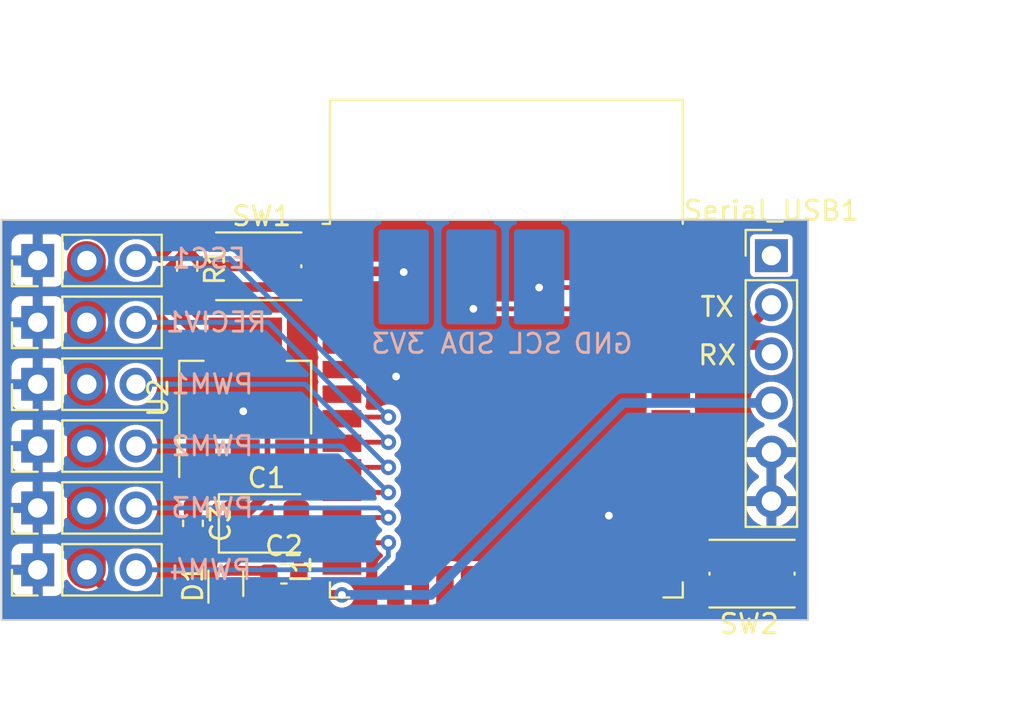
<source format=kicad_pcb>
(kicad_pcb (version 20221018) (generator pcbnew)
  (layers (0 "F.Cu" signal) (31 "B.Cu" signal) (34 "B.Paste" user) (35 "F.Paste" user) (36 "B.SilkS" user "B.Silkscreen") (37 "F.SilkS" user "F.Silkscreen") (38 "B.Mask" user) (39 "F.Mask" user) (44 "Edge.Cuts" user))
  (net 0 "")
  (net 1 "GND")
  (net 2 "+3V3")
  (net 3 "+BATT")
  (net 4 "VBUS")
  (net 5 "ESC")
  (net 6 "EN")
  (net 7 "SENSOR_VP")
  (net 8 "SENSOR_VN")
  (net 9 "GPIO34")
  (net 10 "GPIO35")
  (net 11 "RECIV")
  (net 12 "PWM1")
  (net 13 "PWM2")
  (net 14 "PWM3")
  (net 15 "PWM4")
  (net 16 "IO12")
  (net 17 "IO13")
  (net 18 "Net-(U2-VI)")
  (net 24 "IO15")
  (net 25 "IO2")
  (net 26 "BOOT")
  (net 27 "IO4")
  (net 28 "GPIO16")
  (net 29 "GPIO17")
  (net 30 "CS")
  (net 31 "SCK")
  (net 32 "MISO")
  (net 34 "SDA")
  (net 35 "RXD0")
  (net 36 "TXD0")
  (net 37 "SCL")
  (net 38 "MOSI")
  (footprint "Connector_PinHeader_2.54mm:PinHeader_1x03_P2.54mm_Vertical" (layer "F.Cu") (at 101.375 122.4 90)
    (fp_text reference "PWM4" (at 0 8.925 180) (layer "B.SilkS") (effects (justify mirror)))
    (fp_text value "PH-1x40SG")
    (fp_line (start -1.33 -1.33) (end 0 -1.33) (stroke (width 0.12)) (layer "F.SilkS"))
    (fp_line (start -1.33 0) (end -1.33 -1.33) (stroke (width 0.12)) (layer "F.SilkS"))
    (fp_line (start -1.33 1.27) (end -1.33 6.41) (stroke (width 0.12)) (layer "F.SilkS"))
    (fp_line (start -1.33 1.27) (end 1.33 1.27) (stroke (width 0.12)) (layer "F.SilkS"))
    (fp_line (start -1.33 6.41) (end 1.33 6.41) (stroke (width 0.12)) (layer "F.SilkS"))
    (fp_line (start 1.33 1.27) (end 1.33 6.41) (stroke (width 0.12)) (layer "F.SilkS"))
    (pad "1" thru_hole rect (at 0 0 90) (size 1.7 1.7) (drill 1) (layers "*.Cu" "*.Mask") (net 1 "GND"))
    (pad "2" thru_hole oval (at 0 2.54 90) (size 1.7 1.7) (drill 1) (layers "*.Cu" "*.Mask") (net 3 "+BATT"))
    (pad "3" thru_hole oval (at 0 5.08 90) (size 1.7 1.7) (drill 1) (layers "*.Cu" "*.Mask") (net 15 "PWM4"))
  )
  (footprint "Connector_PinHeader_2.54mm:PinHeader_1x03_P2.54mm_Vertical" (layer "F.Cu") (at 101.375 116 90)
    (fp_text reference "PWM2" (at 0 9.025 180) (layer "B.SilkS") (effects (justify mirror)))
    (fp_text value "PH-1x40SG")
    (fp_line (start -1.33 -1.33) (end 0 -1.33) (stroke (width 0.12)) (layer "F.SilkS"))
    (fp_line (start -1.33 0) (end -1.33 -1.33) (stroke (width 0.12)) (layer "F.SilkS"))
    (fp_line (start -1.33 1.27) (end -1.33 6.41) (stroke (width 0.12)) (layer "F.SilkS"))
    (fp_line (start -1.33 1.27) (end 1.33 1.27) (stroke (width 0.12)) (layer "F.SilkS"))
    (fp_line (start -1.33 6.41) (end 1.33 6.41) (stroke (width 0.12)) (layer "F.SilkS"))
    (fp_line (start 1.33 1.27) (end 1.33 6.41) (stroke (width 0.12)) (layer "F.SilkS"))
    (pad "1" thru_hole rect (at 0 0 90) (size 1.7 1.7) (drill 1) (layers "*.Cu" "*.Mask") (net 1 "GND"))
    (pad "2" thru_hole oval (at 0 2.54 90) (size 1.7 1.7) (drill 1) (layers "*.Cu" "*.Mask") (net 3 "+BATT"))
    (pad "3" thru_hole oval (at 0 5.08 90) (size 1.7 1.7) (drill 1) (layers "*.Cu" "*.Mask") (net 13 "PWM2"))
  )
  (footprint "Capacitor_Tantalum_SMD:CP_EIA-3528-15_AVX-H" (layer "F.Cu") (at 113.2 120)
    (fp_text reference "C1" (at 0 -2.35) (layer "F.SilkS"))
    (fp_text value "TAJB226M010R")
    (fp_line (start -2.46 -1.51) (end -2.46 1.51) (stroke (width 0.12)) (layer "F.SilkS"))
    (fp_line (start -2.46 1.51) (end 1.75 1.51) (stroke (width 0.12)) (layer "F.SilkS"))
    (fp_line (start 1.75 -1.51) (end -2.46 -1.51) (stroke (width 0.12)) (layer "F.SilkS"))
    (pad "1" smd roundrect (at -1.5375 0) (size 1.325 2.35) (layers "F.Cu" "F.Paste" "F.Mask") (roundrect_rratio 0.188679) (net 18 "Net-(U2-VI)"))
    (pad "2" smd roundrect (at 1.5375 0) (size 1.325 2.35) (layers "F.Cu" "F.Paste" "F.Mask") (roundrect_rratio 0.188679) (net 1 "GND"))
  )
  (footprint "Package_TO_SOT_SMD:SOT-523" (layer "F.Cu") (at 111.1 123.1 90)
    (fp_text reference "D1" (at 0 -1.7 90) (layer "F.SilkS"))
    (fp_text value "BAT54CT")
    (fp_line (start -1 -0.9) (end 0.65 -0.9) (stroke (width 0.12)) (layer "F.SilkS"))
    (fp_line (start 0.65 0.9) (end -0.65 0.9) (stroke (width 0.12)) (layer "F.SilkS"))
    (pad "1" smd rect (at -0.645 -0.5 270) (size 0.51 0.4) (layers "F.Cu" "F.Paste" "F.Mask") (net 3 "+BATT"))
    (pad "2" smd rect (at -0.645 0.5 270) (size 0.51 0.4) (layers "F.Cu" "F.Paste" "F.Mask") (net 4 "VBUS"))
    (pad "3" smd rect (at 0.645 0 270) (size 0.51 0.4) (layers "F.Cu" "F.Paste" "F.Mask") (net 18 "Net-(U2-VI)"))
  )
  (footprint "Connector_PinHeader_2.54mm:PinHeader_1x03_P2.54mm_Vertical" (layer "F.Cu") (at 101.375 106.4 90)
    (fp_text reference "ESC1" (at 0.1 8.85) (layer "B.SilkS") (effects (justify mirror)))
    (fp_text value "PH-1x40SG")
    (fp_line (start -1.33 -1.33) (end 0 -1.33) (stroke (width 0.12)) (layer "F.SilkS"))
    (fp_line (start -1.33 0) (end -1.33 -1.33) (stroke (width 0.12)) (layer "F.SilkS"))
    (fp_line (start -1.33 1.27) (end -1.33 6.41) (stroke (width 0.12)) (layer "F.SilkS"))
    (fp_line (start -1.33 1.27) (end 1.33 1.27) (stroke (width 0.12)) (layer "F.SilkS"))
    (fp_line (start -1.33 6.41) (end 1.33 6.41) (stroke (width 0.12)) (layer "F.SilkS"))
    (fp_line (start 1.33 1.27) (end 1.33 6.41) (stroke (width 0.12)) (layer "F.SilkS"))
    (pad "1" thru_hole rect (at 0 0 90) (size 1.7 1.7) (drill 1) (layers "*.Cu" "*.Mask") (net 1 "GND"))
    (pad "2" thru_hole oval (at 0 2.54 90) (size 1.7 1.7) (drill 1) (layers "*.Cu" "*.Mask") (net 3 "+BATT"))
    (pad "3" thru_hole oval (at 0 5.08 90) (size 1.7 1.7) (drill 1) (layers "*.Cu" "*.Mask") (net 5 "ESC"))
  )
  (footprint "RF_Module:ESP32-WROOM-32" (layer "F.Cu") (at 125.6 113.95)
    (fp_text reference "I1" (at -10.61 8.43 90) (layer "F.SilkS"))
    (fp_text value "ESP32-WROOM-32E")
    (fp_line (start -9.12 -15.865) (end -9.12 -9.445) (stroke (width 0.12)) (layer "F.SilkS"))
    (fp_line (start -9.12 -15.865) (end 9.12 -15.865) (stroke (width 0.12)) (layer "F.SilkS"))
    (fp_line (start -9.12 -9.445) (end -9.5 -9.445) (stroke (width 0.12)) (layer "F.SilkS"))
    (fp_line (start -9.12 9.1) (end -9.12 9.88) (stroke (width 0.12)) (layer "F.SilkS"))
    (fp_line (start -9.12 9.88) (end -8.12 9.88) (stroke (width 0.12)) (layer "F.SilkS"))
    (fp_line (start 9.12 -15.865) (end 9.12 -9.445) (stroke (width 0.12)) (layer "F.SilkS"))
    (fp_line (start 9.12 9.1) (end 9.12 9.88) (stroke (width 0.12)) (layer "F.SilkS"))
    (fp_line (start 9.12 9.88) (end 8.12 9.88) (stroke (width 0.12)) (layer "F.SilkS"))
    (pad "1" smd rect (at -8.5 -8.255) (size 2 0.9) (layers "F.Cu" "F.Paste" "F.Mask") (net 1 "GND"))
    (pad "2" smd rect (at -8.5 -6.985) (size 2 0.9) (layers "F.Cu" "F.Paste" "F.Mask") (net 2 "+3V3"))
    (pad "3" smd rect (at -8.5 -5.715) (size 2 0.9) (layers "F.Cu" "F.Paste" "F.Mask") (net 6 "EN"))
    (pad "4" smd rect (at -8.5 -4.445) (size 2 0.9) (layers "F.Cu" "F.Paste" "F.Mask") (net 7 "SENSOR_VP"))
    (pad "5" smd rect (at -8.5 -3.175) (size 2 0.9) (layers "F.Cu" "F.Paste" "F.Mask") (net 8 "SENSOR_VN"))
    (pad "6" smd rect (at -8.5 -1.905) (size 2 0.9) (layers "F.Cu" "F.Paste" "F.Mask") (net 9 "GPIO34"))
    (pad "7" smd rect (at -8.5 -0.635) (size 2 0.9) (layers "F.Cu" "F.Paste" "F.Mask") (net 10 "GPIO35"))
    (pad "8" smd rect (at -8.5 0.635) (size 2 0.9) (layers "F.Cu" "F.Paste" "F.Mask") (net 5 "ESC"))
    (pad "9" smd rect (at -8.5 1.905) (size 2 0.9) (layers "F.Cu" "F.Paste" "F.Mask") (net 11 "RECIV"))
    (pad "10" smd rect (at -8.5 3.175) (size 2 0.9) (layers "F.Cu" "F.Paste" "F.Mask") (net 12 "PWM1"))
    (pad "11" smd rect (at -8.5 4.445) (size 2 0.9) (layers "F.Cu" "F.Paste" "F.Mask") (net 13 "PWM2"))
    (pad "12" smd rect (at -8.5 5.715) (size 2 0.9) (layers "F.Cu" "F.Paste" "F.Mask") (net 14 "PWM3"))
    (pad "13" smd rect (at -8.5 6.985) (size 2 0.9) (layers "F.Cu" "F.Paste" "F.Mask") (net 15 "PWM4"))
    (pad "14" smd rect (at -8.5 8.255) (size 2 0.9) (layers "F.Cu" "F.Paste" "F.Mask") (net 16 "IO12"))
    (pad "15" smd rect (at -5.715 9.255 90) (size 2 0.9) (layers "F.Cu" "F.Paste" "F.Mask") (net 1 "GND"))
    (pad "16" smd rect (at -4.445 9.255 90) (size 2 0.9) (layers "F.Cu" "F.Paste" "F.Mask") (net 17 "IO13"))
    (pad "17" smd rect (at -3.175 9.255 90) (size 2 0.9) (layers "F.Cu" "F.Paste" "F.Mask"))
    (pad "18" smd rect (at -1.905 9.255 90) (size 2 0.9) (layers "F.Cu" "F.Paste" "F.Mask"))
    (pad "19" smd rect (at -0.635 9.255 90) (size 2 0.9) (layers "F.Cu" "F.Paste" "F.Mask"))
    (pad "20" smd rect (at 0.635 9.255 90) (size 2 0.9) (layers "F.Cu" "F.Paste" "F.Mask"))
    (pad "21" smd rect (at 1.905 9.255 90) (size 2 0.9) (layers "F.Cu" "F.Paste" "F.Mask"))
    (pad "22" smd rect (at 3.175 9.255 90) (size 2 0.9) (layers "F.Cu" "F.Paste" "F.Mask"))
    (pad "23" smd rect (at 4.445 9.255 90) (size 2 0.9) (layers "F.Cu" "F.Paste" "F.Mask") (net 24 "IO15"))
    (pad "24" smd rect (at 5.715 9.255 90) (size 2 0.9) (layers "F.Cu" "F.Paste" "F.Mask") (net 25 "IO2"))
    (pad "25" smd rect (at 8.5 8.255) (size 2 0.9) (layers "F.Cu" "F.Paste" "F.Mask") (net 26 "BOOT"))
    (pad "26" smd rect (at 8.5 6.985) (size 2 0.9) (layers "F.Cu" "F.Paste" "F.Mask") (net 27 "IO4"))
    (pad "27" smd rect (at 8.5 5.715) (size 2 0.9) (layers "F.Cu" "F.Paste" "F.Mask") (net 28 "GPIO16"))
    (pad "28" smd rect (at 8.5 4.445) (size 2 0.9) (layers "F.Cu" "F.Paste" "F.Mask") (net 29 "GPIO17"))
    (pad "29" smd rect (at 8.5 3.175) (size 2 0.9) (layers "F.Cu" "F.Paste" "F.Mask") (net 30 "CS"))
    (pad "30" smd rect (at 8.5 1.905) (size 2 0.9) (layers "F.Cu" "F.Paste" "F.Mask") (net 31 "SCK"))
    (pad "31" smd rect (at 8.5 0.635) (size 2 0.9) (layers "F.Cu" "F.Paste" "F.Mask") (net 32 "MISO"))
    (pad "32" smd rect (at 8.5 -0.635) (size 2 0.9) (layers "F.Cu" "F.Paste" "F.Mask"))
    (pad "33" smd rect (at 8.5 -1.905) (size 2 0.9) (layers "F.Cu" "F.Paste" "F.Mask") (net 34 "SDA"))
    (pad "34" smd rect (at 8.5 -3.175) (size 2 0.9) (layers "F.Cu" "F.Paste" "F.Mask") (net 35 "RXD0"))
    (pad "35" smd rect (at 8.5 -4.445) (size 2 0.9) (layers "F.Cu" "F.Paste" "F.Mask") (net 36 "TXD0"))
    (pad "36" smd rect (at 8.5 -5.715) (size 2 0.9) (layers "F.Cu" "F.Paste" "F.Mask") (net 37 "SCL"))
    (pad "37" smd rect (at 8.5 -6.985) (size 2 0.9) (layers "F.Cu" "F.Paste" "F.Mask") (net 38 "MOSI"))
    (pad "38" smd rect (at 8.5 -8.255) (size 2 0.9) (layers "F.Cu" "F.Paste" "F.Mask") (net 1 "GND"))
    (pad "39" smd rect (at -1 -0.755) (size 5 5) (layers "F.Cu" "F.Paste" "F.Mask") (net 1 "GND"))
    (zone (net 0) (net_name "") (layers "*.Cu") (connect_pads (clearance 0)) (min_thickness 0.254)
      (keepout (tracks not_allowed) (vias not_allowed) (pads not_allowed) (copperpour not_allowed) (footprints not_allowed))
      (fill (thermal_gap 0.508) (thermal_bridge_width 0.508))
      (polygon (pts (xy 111.6 103.98) (xy 139.6 103.98) (xy 139.6 93.2) (xy 111.6 93.2)))
    )
  )
  (footprint "Button_Switch_SMD:SW_Push_1P1T_NO_Vertical_Wuerth_434133025816" (layer "F.Cu") (at 138.3 122.6 180)
    (fp_text reference "SW2" (at 0.15 -2.6) (layer "F.SilkS"))
    (fp_text value "SKRPABE010")
    (fp_line (start -2.2 0.05) (end -2.2 -0.05) (stroke (width 0.12)) (layer "F.SilkS"))
    (fp_line (start -2.2 1.75) (end 2.2 1.75) (stroke (width 0.12)) (layer "F.SilkS"))
    (fp_line (start 2.2 -1.75) (end -2.2 -1.75) (stroke (width 0.12)) (layer "F.SilkS"))
    (fp_line (start 2.2 0.05) (end 2.2 -0.05) (stroke (width 0.12)) (layer "F.SilkS"))
    (pad "1" smd rect (at -2.075 -1.075 180) (size 1.05 0.65) (layers "F.Cu" "F.Paste" "F.Mask") (net 1 "GND"))
    (pad "1" smd rect (at 2.075 -1.075 180) (size 1.05 0.65) (layers "F.Cu" "F.Paste" "F.Mask") (net 1 "GND"))
    (pad "2" smd rect (at -2.075 1.075 180) (size 1.05 0.65) (layers "F.Cu" "F.Paste" "F.Mask") (net 26 "BOOT"))
    (pad "2" smd rect (at 2.05 1.075 180) (size 1.05 0.65) (layers "F.Cu" "F.Paste" "F.Mask") (net 26 "BOOT"))
  )
  (footprint "Button_Switch_SMD:SW_Push_1P1T_NO_Vertical_Wuerth_434133025816" (layer "F.Cu") (at 112.8 106.7)
    (fp_text reference "SW1" (at 0.15 -2.6) (layer "F.SilkS"))
    (fp_text value "SKRPABE010")
    (fp_line (start -2.2 0.05) (end -2.2 -0.05) (stroke (width 0.12)) (layer "F.SilkS"))
    (fp_line (start -2.2 1.75) (end 2.2 1.75) (stroke (width 0.12)) (layer "F.SilkS"))
    (fp_line (start 2.2 -1.75) (end -2.2 -1.75) (stroke (width 0.12)) (layer "F.SilkS"))
    (fp_line (start 2.2 0.05) (end 2.2 -0.05) (stroke (width 0.12)) (layer "F.SilkS"))
    (pad "1" smd rect (at -2.075 -1.075) (size 1.05 0.65) (layers "F.Cu" "F.Paste" "F.Mask") (net 1 "GND"))
    (pad "1" smd rect (at 2.075 -1.075) (size 1.05 0.65) (layers "F.Cu" "F.Paste" "F.Mask") (net 1 "GND"))
    (pad "2" smd rect (at -2.075 1.075) (size 1.05 0.65) (layers "F.Cu" "F.Paste" "F.Mask") (net 6 "EN"))
    (pad "2" smd rect (at 2.05 1.075) (size 1.05 0.65) (layers "F.Cu" "F.Paste" "F.Mask") (net 6 "EN"))
  )
  (footprint "Resistor_SMD:R_0603_1608Metric" (layer "F.Cu") (at 109.1 106.7 -90)
    (fp_text reference "R1" (at 0 -1.43 90) (layer "F.SilkS"))
    (fp_text value "RG1608N-102-B-T5")
    (fp_line (start -0.237258 -0.5225) (end 0.237258 -0.5225) (stroke (width 0.12)) (layer "F.SilkS"))
    (fp_line (start -0.237258 0.5225) (end 0.237258 0.5225) (stroke (width 0.12)) (layer "F.SilkS"))
    (pad "1" smd roundrect (at -0.825 0 270) (size 0.8 0.95) (layers "F.Cu" "F.Paste" "F.Mask") (net 2 "+3V3"))
    (pad "2" smd roundrect (at 0.825 0 270) (size 0.8 0.95) (layers "F.Cu" "F.Paste" "F.Mask") (net 6 "EN"))
  )
  (footprint "Connector_PinHeader_2.54mm:PinHeader_1x03_P2.54mm_Vertical" (layer "F.Cu") (at 101.375 109.6 90)
    (fp_text reference "RECIV1" (at 0 9.225 -180) (layer "B.SilkS") (effects (justify mirror)))
    (fp_text value "PH-1x40SG")
    (fp_line (start -1.33 -1.33) (end 0 -1.33) (stroke (width 0.12)) (layer "F.SilkS"))
    (fp_line (start -1.33 0) (end -1.33 -1.33) (stroke (width 0.12)) (layer "F.SilkS"))
    (fp_line (start -1.33 1.27) (end -1.33 6.41) (stroke (width 0.12)) (layer "F.SilkS"))
    (fp_line (start -1.33 1.27) (end 1.33 1.27) (stroke (width 0.12)) (layer "F.SilkS"))
    (fp_line (start -1.33 6.41) (end 1.33 6.41) (stroke (width 0.12)) (layer "F.SilkS"))
    (fp_line (start 1.33 1.27) (end 1.33 6.41) (stroke (width 0.12)) (layer "F.SilkS"))
    (pad "1" thru_hole rect (at 0 0 90) (size 1.7 1.7) (drill 1) (layers "*.Cu" "*.Mask") (net 1 "GND"))
    (pad "2" thru_hole oval (at 0 2.54 90) (size 1.7 1.7) (drill 1) (layers "*.Cu" "*.Mask") (net 3 "+BATT"))
    (pad "3" thru_hole oval (at 0 5.08 90) (size 1.7 1.7) (drill 1) (layers "*.Cu" "*.Mask") (net 11 "RECIV"))
  )
  (footprint "Capacitor_SMD:C_0603_1608Metric" (layer "F.Cu") (at 114.1 122.6)
    (fp_text reference "C2" (at 0 -1.43) (layer "F.SilkS"))
    (fp_text value "GCM188L81H104K57")
    (fp_line (start -0.14058 -0.51) (end 0.14058 -0.51) (stroke (width 0.12)) (layer "F.SilkS"))
    (fp_line (start -0.14058 0.51) (end 0.14058 0.51) (stroke (width 0.12)) (layer "F.SilkS"))
    (pad "1" smd roundrect (at -0.775 0) (size 0.9 0.95) (layers "F.Cu" "F.Paste" "F.Mask") (net 18 "Net-(U2-VI)"))
    (pad "2" smd roundrect (at 0.775 0) (size 0.9 0.95) (layers "F.Cu" "F.Paste" "F.Mask") (net 1 "GND"))
  )
  (footprint "Connector_PinHeader_2.54mm:PinHeader_1x03_P2.54mm_Vertical" (layer "F.Cu") (at 101.375 112.8 90)
    (fp_text reference "PWM1" (at 0 9.025 180) (layer "B.SilkS") (effects (justify mirror)))
    (fp_text value "PH-1x40SG")
    (fp_line (start -1.33 -1.33) (end 0 -1.33) (stroke (width 0.12)) (layer "F.SilkS"))
    (fp_line (start -1.33 0) (end -1.33 -1.33) (stroke (width 0.12)) (layer "F.SilkS"))
    (fp_line (start -1.33 1.27) (end -1.33 6.41) (stroke (width 0.12)) (layer "F.SilkS"))
    (fp_line (start -1.33 1.27) (end 1.33 1.27) (stroke (width 0.12)) (layer "F.SilkS"))
    (fp_line (start -1.33 6.41) (end 1.33 6.41) (stroke (width 0.12)) (layer "F.SilkS"))
    (fp_line (start 1.33 1.27) (end 1.33 6.41) (stroke (width 0.12)) (layer "F.SilkS"))
    (pad "1" thru_hole rect (at 0 0 90) (size 1.7 1.7) (drill 1) (layers "*.Cu" "*.Mask") (net 1 "GND"))
    (pad "2" thru_hole oval (at 0 2.54 90) (size 1.7 1.7) (drill 1) (layers "*.Cu" "*.Mask") (net 3 "+BATT"))
    (pad "3" thru_hole oval (at 0 5.08 90) (size 1.7 1.7) (drill 1) (layers "*.Cu" "*.Mask") (net 12 "PWM1"))
  )
  (footprint "Capacitor_SMD:C_0603_1608Metric" (layer "F.Cu") (at 109.4 120 -90)
    (fp_text reference "C3" (at 0 -1.43 90) (layer "F.SilkS"))
    (fp_text value "GCM188L81H104K57")
    (fp_line (start -0.14058 -0.51) (end 0.14058 -0.51) (stroke (width 0.12)) (layer "F.SilkS"))
    (fp_line (start -0.14058 0.51) (end 0.14058 0.51) (stroke (width 0.12)) (layer "F.SilkS"))
    (pad "1" smd roundrect (at -0.775 0 270) (size 0.9 0.95) (layers "F.Cu" "F.Paste" "F.Mask") (net 2 "+3V3"))
    (pad "2" smd roundrect (at 0.775 0 270) (size 0.9 0.95) (layers "F.Cu" "F.Paste" "F.Mask") (net 1 "GND"))
  )
  (footprint "Connector_PinHeader_2.54mm:PinHeader_1x06_P2.54mm_Vertical" (layer "F.Cu") (at 139.3 106.15)
    (fp_text reference "Serial_USB1" (at 0 -2.33) (layer "F.SilkS"))
    (fp_text value "PH-1x40SG")
    (fp_line (start -1.33 -1.33) (end 0 -1.33) (stroke (width 0.12)) (layer "F.SilkS"))
    (fp_line (start -1.33 0) (end -1.33 -1.33) (stroke (width 0.12)) (layer "F.SilkS"))
    (fp_line (start -1.33 1.27) (end -1.33 14.03) (stroke (width 0.12)) (layer "F.SilkS"))
    (fp_line (start -1.33 1.27) (end 1.33 1.27) (stroke (width 0.12)) (layer "F.SilkS"))
    (fp_line (start -1.33 14.03) (end 1.33 14.03) (stroke (width 0.12)) (layer "F.SilkS"))
    (fp_line (start 1.33 1.27) (end 1.33 14.03) (stroke (width 0.12)) (layer "F.SilkS"))
    (pad "1" thru_hole rect (at 0 0) (size 1.7 1.7) (drill 1) (layers "*.Cu" "*.Mask"))
    (pad "2" thru_hole oval (at 0 2.54) (size 1.7 1.7) (drill 1) (layers "*.Cu" "*.Mask") (net 36 "TXD0"))
    (pad "3" thru_hole oval (at 0 5.08) (size 1.7 1.7) (drill 1) (layers "*.Cu" "*.Mask") (net 35 "RXD0"))
    (pad "4" thru_hole oval (at 0 7.62) (size 1.7 1.7) (drill 1) (layers "*.Cu" "*.Mask") (net 4 "VBUS"))
    (pad "5" thru_hole oval (at 0 10.16) (size 1.7 1.7) (drill 1) (layers "*.Cu" "*.Mask") (net 1 "GND"))
    (pad "6" thru_hole oval (at 0 12.7) (size 1.7 1.7) (drill 1) (layers "*.Cu" "*.Mask") (net 1 "GND"))
  )
  (footprint "Connector_PinHeader_2.54mm:PinHeader_1x03_P2.54mm_Vertical" (layer "F.Cu") (at 101.375 119.2 90)
    (fp_text reference "PWM3" (at 0 9.025 180) (layer "B.SilkS") (effects (justify mirror)))
    (fp_text value "PH-1x40SG")
    (fp_line (start -1.33 -1.33) (end 0 -1.33) (stroke (width 0.12)) (layer "F.SilkS"))
    (fp_line (start -1.33 0) (end -1.33 -1.33) (stroke (width 0.12)) (layer "F.SilkS"))
    (fp_line (start -1.33 1.27) (end -1.33 6.41) (stroke (width 0.12)) (layer "F.SilkS"))
    (fp_line (start -1.33 1.27) (end 1.33 1.27) (stroke (width 0.12)) (layer "F.SilkS"))
    (fp_line (start -1.33 6.41) (end 1.33 6.41) (stroke (width 0.12)) (layer "F.SilkS"))
    (fp_line (start 1.33 1.27) (end 1.33 6.41) (stroke (width 0.12)) (layer "F.SilkS"))
    (pad "1" thru_hole rect (at 0 0 90) (size 1.7 1.7) (drill 1) (layers "*.Cu" "*.Mask") (net 1 "GND"))
    (pad "2" thru_hole oval (at 0 2.54 90) (size 1.7 1.7) (drill 1) (layers "*.Cu" "*.Mask") (net 3 "+BATT"))
    (pad "3" thru_hole oval (at 0 5.08 90) (size 1.7 1.7) (drill 1) (layers "*.Cu" "*.Mask") (net 14 "PWM3"))
  )
  (footprint "Package_TO_SOT_SMD:SOT-223-3_TabPin2" (layer "F.Cu") (at 112.1 113.5 90)
    (fp_text reference "U2" (at 0 -4.5 90) (layer "F.SilkS"))
    (fp_text value "AZ1117CH-3.3TRG1")
    (fp_line (start -4.1 -3.41) (end 1.91 -3.41) (stroke (width 0.12)) (layer "F.SilkS"))
    (fp_line (start -1.85 3.41) (end 1.91 3.41) (stroke (width 0.12)) (layer "F.SilkS"))
    (fp_line (start 1.91 -3.41) (end 1.91 -2.15) (stroke (width 0.12)) (layer "F.SilkS"))
    (fp_line (start 1.91 3.41) (end 1.91 2.15) (stroke (width 0.12)) (layer "F.SilkS"))
    (pad "1" smd rect (at -3.15 -2.3 90) (size 2 1.5) (layers "F.Cu" "F.Paste" "F.Mask") (net 1 "GND"))
    (pad "2" smd rect (at -3.15 0 90) (size 2 1.5) (layers "F.Cu" "F.Paste" "F.Mask") (net 2 "+3V3"))
    (pad "2" smd rect (at 3.15 0 90) (size 2 3.8) (layers "F.Cu" "F.Paste" "F.Mask") (net 2 "+3V3"))
    (pad "3" smd rect (at -3.15 2.3 90) (size 2 1.5) (layers "F.Cu" "F.Paste" "F.Mask") (net 18 "Net-(U2-VI)"))
  )
  (gr_rect (start 99.5 104.3) (end 141.2 125) (stroke (width 0.1)) (fill none) (layer "Edge.Cuts"))
  (gr_text "GND" (at 130.6 110.7) (layer "B.SilkS") (effects (font (size 1 1)) (justify mirror)))
  (gr_text "SDA" (at 123.6 110.7) (layer "B.SilkS") (effects (font (size 1 1)) (justify mirror)))
  (gr_text "3V3" (at 120 110.7) (layer "B.SilkS") (effects (font (size 1 1)) (justify mirror)))
  (gr_text "SCL\n" (at 127.1 110.7) (layer "B.SilkS") (effects (font (size 1 1)) (justify mirror)))
  (gr_text "TX" (at 136.5 108.8) (layer "F.SilkS") (effects (font (size 1 1))))
  (gr_text "RX" (at 136.5 111.3) (layer "F.SilkS") (effects (font (size 1 1))))
  (via (at 112 114.2) (size 0.8) (drill 0.4) (layers "F.Cu" "B.Cu") (net 1))
  (via (at 130.9 119.6) (size 0.8) (drill 0.4) (layers "F.Cu" "B.Cu") (net 1))
  (via (at 119.9 112.4) (size 0.8) (drill 0.4) (layers "F.Cu" "B.Cu") (net 1))
  (segment (start 107.8 108.4) (end 107.8 107.175) (width 0.5) (layer "F.Cu") (net 2))
  (segment (start 107.8 107.175) (end 109.1 105.875) (width 0.5) (layer "F.Cu") (net 2))
  (segment (start 120.295 107) (end 120.26 106.965) (width 0.5) (layer "F.Cu") (net 2))
  (segment (start 109.75 110.35) (end 107.8 108.4) (width 0.5) (layer "F.Cu") (net 2))
  (segment (start 116.835 106.7) (end 117.1 106.965) (width 0.5) (layer "F.Cu") (net 2))
  (segment (start 111.6 118.3) (end 112.1 117.8) (width 0.5) (layer "F.Cu") (net 2))
  (segment (start 109.4 119.225) (end 109.525 119.225) (width 0.5) (layer "F.Cu") (net 2))
  (segment (start 112.1 117.8) (end 112.1 116.65) (width 0.5) (layer "F.Cu") (net 2))
  (segment (start 109.925 106.7) (end 116.835 106.7) (width 0.5) (layer "F.Cu") (net 2))
  (segment (start 120.26 106.965) (end 117.1 106.965) (width 0.5) (layer "F.Cu") (net 2))
  (segment (start 109.1 105.875) (end 109.925 106.7) (width 0.5) (layer "F.Cu") (net 2))
  (segment (start 110.45 118.3) (end 111.6 118.3) (width 0.5) (layer "F.Cu") (net 2))
  (segment (start 109.7 118.925) (end 109.4 119.225) (width 0.25) (layer "F.Cu") (net 2))
  (segment (start 112.1 110.35) (end 109.75 110.35) (width 0.5) (layer "F.Cu") (net 2))
  (segment (start 109.525 119.225) (end 110.45 118.3) (width 0.5) (layer "F.Cu") (net 2))
  (via (at 120.295 107) (size 0.8) (drill 0.4) (layers "F.Cu" "B.Cu") (net 2))
  (segment (start 110.345 124) (end 110.6 123.745) (width 0.5) (layer "F.Cu") (net 3))
  (segment (start 103.89 122.375) (end 105.515 124) (width 0.5) (layer "F.Cu") (net 3))
  (segment (start 105.515 124) (end 110.345 124) (width 0.5) (layer "F.Cu") (net 3))
  (segment (start 103.89 122.375) (end 103.915 122.4) (width 0.25) (layer "F.Cu") (net 3))
  (segment (start 103.89 106.4) (end 103.89 122.375) (width 2) (layer "F.Cu") (net 3))
  (segment (start 111.645 123.7) (end 111.6 123.745) (width 0.5) (layer "F.Cu") (net 4))
  (segment (start 117.1 123.7) (end 111.645 123.7) (width 0.5) (layer "F.Cu") (net 4))
  (via (at 117.1 123.7) (size 0.8) (drill 0.4) (layers "F.Cu" "B.Cu") (net 4))
  (segment (start 121.7 123.7) (end 117.1 123.7) (width 0.5) (layer "B.Cu") (net 4))
  (segment (start 139.3 113.77) (end 131.63 113.77) (width 0.5) (layer "B.Cu") (net 4))
  (segment (start 131.63 113.77) (end 121.7 123.7) (width 0.5) (layer "B.Cu") (net 4))
  (segment (start 119.5 114.5) (end 117.185 114.5) (width 0.25) (layer "F.Cu") (net 5))
  (segment (start 117.185 114.5) (end 117.1 114.585) (width 0.25) (layer "F.Cu") (net 5))
  (via (at 119.5 114.5) (size 0.8) (drill 0.4) (layers "F.Cu" "B.Cu") (net 5))
  (segment (start 111.3 106.3) (end 106.53 106.3) (width 0.25) (layer "B.Cu") (net 5))
  (segment (start 119.5 114.5) (end 111.3 106.3) (width 0.25) (layer "B.Cu") (net 5))
  (segment (start 106.53 106.3) (end 106.43 106.4) (width 0.25) (layer "B.Cu") (net 5))
  (segment (start 110.725 107.775) (end 114.85 107.775) (width 0.5) (layer "F.Cu") (net 6))
  (segment (start 115.31 108.235) (end 114.85 107.775) (width 0.5) (layer "F.Cu") (net 6))
  (segment (start 117.1 108.235) (end 115.31 108.235) (width 0.5) (layer "F.Cu") (net 6))
  (segment (start 110.725 107.775) (end 109.35 107.775) (width 0.5) (layer "F.Cu") (net 6))
  (segment (start 109.35 107.775) (end 109.1 107.525) (width 0.25) (layer "F.Cu") (net 6))
  (segment (start 117.155 115.8) (end 117.1 115.855) (width 0.25) (layer "F.Cu") (net 11))
  (segment (start 119.5 115.8) (end 117.155 115.8) (width 0.25) (layer "F.Cu") (net 11))
  (via (at 119.5 115.8) (size 0.8) (drill 0.4) (layers "F.Cu" "B.Cu") (net 11))
  (segment (start 119.5 115.8) (end 113.3 109.6) (width 0.25) (layer "B.Cu") (net 11))
  (segment (start 113.3 109.6) (end 106.455 109.6) (width 0.25) (layer "B.Cu") (net 11))
  (segment (start 117.125 117.1) (end 117.1 117.125) (width 0.25) (layer "F.Cu") (net 12))
  (segment (start 119.5 117.1) (end 117.125 117.1) (width 0.25) (layer "F.Cu") (net 12))
  (via (at 119.5 117.1) (size 0.8) (drill 0.4) (layers "F.Cu" "B.Cu") (net 12))
  (segment (start 115.2 112.8) (end 106.455 112.8) (width 0.25) (layer "B.Cu") (net 12))
  (segment (start 119.5 117.1) (end 115.2 112.8) (width 0.25) (layer "B.Cu") (net 12))
  (segment (start 119.5 118.4) (end 117.105 118.4) (width 0.25) (layer "F.Cu") (net 13))
  (segment (start 117.105 118.4) (end 117.1 118.395) (width 0.25) (layer "F.Cu") (net 13))
  (via (at 119.5 118.4) (size 0.8) (drill 0.4) (layers "F.Cu" "B.Cu") (net 13))
  (segment (start 117.1 116) (end 106.455 116) (width 0.25) (layer "B.Cu") (net 13))
  (segment (start 119.5 118.4) (end 117.1 116) (width 0.25) (layer "B.Cu") (net 13))
  (segment (start 119.5 119.7) (end 117.135 119.7) (width 0.25) (layer "F.Cu") (net 14))
  (segment (start 117.135 119.7) (end 117.1 119.665) (width 0.25) (layer "F.Cu") (net 14))
  (via (at 119.5 119.7) (size 0.8) (drill 0.4) (layers "F.Cu" "B.Cu") (net 14))
  (segment (start 119 119.2) (end 119.5 119.7) (width 0.25) (layer "B.Cu") (net 14))
  (segment (start 106.455 119.2) (end 119 119.2) (width 0.25) (layer "B.Cu") (net 14))
  (segment (start 117.165 121) (end 117.1 120.935) (width 0.25) (layer "F.Cu") (net 15))
  (segment (start 119.5 121) (end 117.165 121) (width 0.25) (layer "F.Cu") (net 15))
  (via (at 119.5 121) (size 0.8) (drill 0.4) (layers "F.Cu" "B.Cu") (net 15))
  (segment (start 118.8 122.4) (end 106.455 122.4) (width 0.25) (layer "B.Cu") (net 15))
  (segment (start 119.5 121) (end 119.5 121.7) (width 0.25) (layer "B.Cu") (net 15))
  (segment (start 119.5 121.7) (end 118.8 122.4) (width 0.25) (layer "B.Cu") (net 15))
  (segment (start 111.6625 120) (end 111.6625 121.8925) (width 0.5) (layer "F.Cu") (net 18))
  (segment (start 111.6625 121.8925) (end 111.1 122.455) (width 0.5) (layer "F.Cu") (net 18))
  (segment (start 113.18 122.455) (end 113.325 122.6) (width 0.5) (layer "F.Cu") (net 18))
  (segment (start 111.1 122.455) (end 113.18 122.455) (width 0.5) (layer "F.Cu") (net 18))
  (segment (start 111.6625 120) (end 114.4 117.2625) (width 0.5) (layer "F.Cu") (net 18))
  (segment (start 114.4 117.2625) (end 114.4 116.65) (width 0.5) (layer "F.Cu") (net 18))
  (segment (start 134.1 122.205) (end 135.57 122.205) (width 0.25) (layer "F.Cu") (net 26))
  (segment (start 135.57 122.205) (end 136.25 121.525) (width 0.25) (layer "F.Cu") (net 26))
  (segment (start 136.25 121.525) (end 140.375 121.525) (width 0.25) (layer "F.Cu") (net 26))
  (segment (start 132.85 112.045) (end 134.1 112.045) (width 0.25) (layer "F.Cu") (net 34))
  (segment (start 129.705 108.9) (end 132.85 112.045) (width 0.25) (layer "F.Cu") (net 34))
  (segment (start 123.895 108.9) (end 129.705 108.9) (width 0.25) (layer "F.Cu") (net 34))
  (via (at 123.895 108.9) (size 0.8) (drill 0.4) (layers "F.Cu" "B.Cu") (net 34))
  (segment (start 134.1 110.775) (end 138.845 110.775) (width 0.5) (layer "F.Cu") (net 35))
  (segment (start 138.845 110.775) (end 139.3 111.23) (width 0.5) (layer "F.Cu") (net 35))
  (segment (start 138.485 109.505) (end 134.1 109.505) (width 0.5) (layer "F.Cu") (net 36))
  (segment (start 139.3 108.69) (end 138.485 109.505) (width 0.5) (layer "F.Cu") (net 36))
  (segment (start 132.415 107.8) (end 132.85 108.235) (width 0.25) (layer "F.Cu") (net 37))
  (segment (start 132.85 108.235) (end 134.1 108.235) (width 0.25) (layer "F.Cu") (net 37))
  (segment (start 127.295 107.8) (end 132.415 107.8) (width 0.25) (layer "F.Cu") (net 37))
  (via (at 127.295 107.8) (size 0.8) (drill 0.4) (layers "F.Cu" "B.Cu") (net 37))
  (zone (net 1) (net_name "GND") (layers "F&B.Cu") (connect_pads (clearance 0.254)) (min_thickness 0.254) (fill yes (thermal_gap 0.508) (thermal_bridge_width 0.508))
    (polygon (pts (xy 141.2 125) (xy 99.5 125) (xy 99.5 104.3) (xy 141.2 104.3)))
  )
  (zone (net 34) (net_name "SDA") (layer "B.Cu") (priority 1) (connect_pads (clearance 0.254)) (min_thickness 0.254) (fill yes (thermal_gap 0.508) (thermal_bridge_width 0.508))
    (polygon (pts (xy 125.095 109.7) (xy 122.495 109.7) (xy 122.495 104.8) (xy 125.095 104.8)))
  )
  (zone (net 2) (net_name "+3V3") (layer "B.Cu") (priority 1) (connect_pads (clearance 0.254)) (min_thickness 0.254) (fill yes (thermal_gap 0.508) (thermal_bridge_width 0.508))
    (polygon (pts (xy 121.595 109.7) (xy 118.995 109.7) (xy 118.995 104.8) (xy 121.595 104.8)))
  )
  (zone (net 37) (net_name "SCL") (layer "B.Cu") (priority 1) (connect_pads (clearance 0.254)) (min_thickness 0.254) (fill yes (thermal_gap 0.508) (thermal_bridge_width 0.508))
    (polygon (pts (xy 128.595 109.7) (xy 125.995 109.7) (xy 125.995 104.8) (xy 128.595 104.8)))
  )
)
</source>
